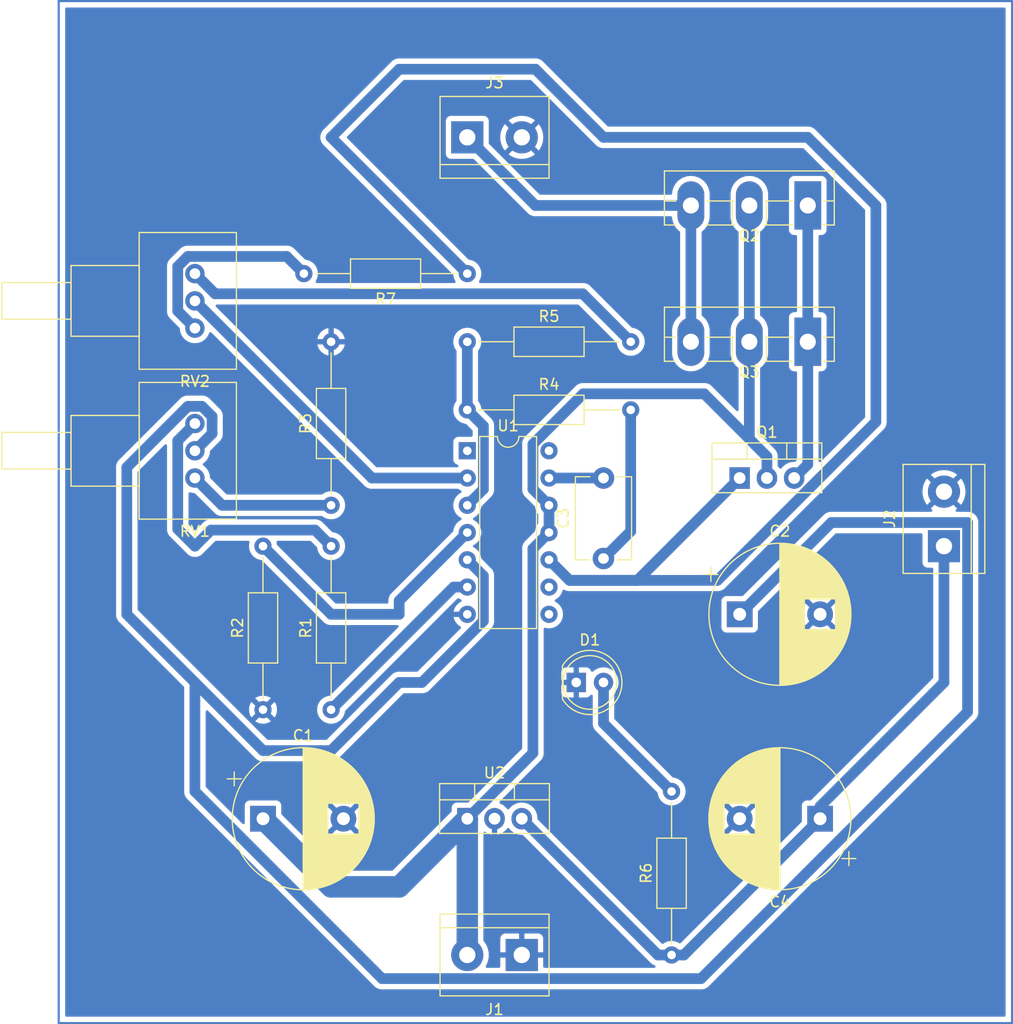
<source format=kicad_pcb>
(kicad_pcb (version 20221018) (generator pcbnew)
  (title_block (title "Current and Voltage Constant Output Module ") (date "04.03.2023") (rev "1.0") (company "by Muxtar_Safarov"))
  (layers (0 "F.Cu" signal) (31 "B.Cu" signal) (34 "B.Paste" user) (35 "F.Paste" user) (36 "B.SilkS" user "B.Silkscreen") (37 "F.SilkS" user "F.Silkscreen") (38 "B.Mask" user) (39 "F.Mask" user) (44 "Edge.Cuts" user))
  (net 0 "")
  (net 1 "VCC")
  (net 2 "Earth")
  (net 3 "Net-(U1-+)")
  (net 4 "Net-(C3-Pad1)")
  (net 5 "Net-(U1-FC)")
  (net 6 "Net-(J2-Pin_1)")
  (net 7 "Net-(D1-A)")
  (net 8 "Net-(J3-Pin_1)")
  (net 9 "Vout")
  (net 10 "Net-(Q1-E)")
  (net 11 "Net-(U1-VREF)")
  (net 12 "Net-(R1-Pad2)")
  (net 13 "Net-(U1--)")
  (net 14 "Net-(R3-Pad1)")
  (net 15 "I Sense ")
  (net 16 "Net-(R5-Pad2)")
  (net 17 "Net-(R7-Pad2)")
  (net 18 "Net-(U1-ILIM)")
  (footprint "Package_TO_SOT_THT:TO-3PB-3_Vertical" (layer "F.Cu") (at 139.7 63.5 180)
    (fp_text reference "Q2" (at 5.45 -2.82) (layer "F.SilkS"))
    (fp_text value "2SD1047")
    (pad "1" thru_hole rect (at 0 0 180) (size 2.5 4.5) (drill 1.5) (layers "*.Cu" "*.Mask") (net 10 "Net-(Q1-E)"))
    (pad "2" thru_hole oval (at 5.45 0 180) (size 2.5 4.5) (drill 1.5) (layers "*.Cu" "*.Mask") (net 1 "VCC"))
    (pad "3" thru_hole oval (at 10.9 0 180) (size 2.5 4.5) (drill 1.5) (layers "*.Cu" "*.Mask") (net 8 "Net-(J3-Pin_1)"))
  )
  (footprint "TerminalBlock:TerminalBlock_bornier-2_P5.08mm" (layer "F.Cu") (at 107.95 57.15)
    (fp_text reference "J3" (at 2.54 -5.08) (layer "F.SilkS"))
    (fp_text value "OUTPUT  Voltage ")
    (pad "1" thru_hole rect (at 0 0) (size 3 3) (drill 1.52) (layers "*.Cu" "*.Mask") (net 8 "Net-(J3-Pin_1)"))
    (pad "2" thru_hole circle (at 5.08 0) (size 3 3) (drill 1.52) (layers "*.Cu" "*.Mask") (net 2 "Earth"))
  )
  (footprint "Potentiometer_THT:Potentiometer_Vishay_148-149_Single_Horizontal" (layer "F.Cu") (at 82.55 83.82 180)
    (fp_text reference "RV1" (at 0 -10.04) (layer "F.SilkS"))
    (fp_text value "10K")
    (pad "1" thru_hole circle (at 0 0 180) (size 1.8 1.8) (drill 1) (layers "*.Cu" "*.Mask") (net 12 "Net-(R1-Pad2)"))
    (pad "2" thru_hole circle (at 0 -2.54 180) (size 1.8 1.8) (drill 1) (layers "*.Cu" "*.Mask") (net 3 "Net-(U1-+)"))
    (pad "3" thru_hole circle (at 0 -5.08 180) (size 1.8 1.8) (drill 1) (layers "*.Cu" "*.Mask") (net 14 "Net-(R3-Pad1)"))
  )
  (footprint "Capacitor_THT:CP_Radial_D13.0mm_P7.50mm" (layer "F.Cu") (at 88.9 120.65)
    (fp_text reference "C1" (at 3.75 -7.75) (layer "F.SilkS"))
    (fp_text value "1uF")
    (pad "1" thru_hole rect (at 0 0) (size 2.4 2.4) (drill 1.2) (layers "*.Cu" "*.Mask") (net 1 "VCC"))
    (pad "2" thru_hole circle (at 7.5 0) (size 2.4 2.4) (drill 1.2) (layers "*.Cu" "*.Mask") (net 2 "Earth"))
  )
  (footprint "Capacitor_THT:CP_Radial_D13.0mm_P7.50mm" (layer "F.Cu") (at 133.35 101.6)
    (fp_text reference "C2" (at 3.75 -7.75) (layer "F.SilkS"))
    (fp_text value "1uF")
    (pad "1" thru_hole rect (at 0 0) (size 2.4 2.4) (drill 1.2) (layers "*.Cu" "*.Mask") (net 3 "Net-(U1-+)"))
    (pad "2" thru_hole circle (at 7.5 0) (size 2.4 2.4) (drill 1.2) (layers "*.Cu" "*.Mask") (net 2 "Earth"))
  )
  (footprint "Capacitor_THT:CP_Radial_D13.0mm_P7.50mm" (layer "F.Cu") (at 140.85 120.65 180)
    (fp_text reference "C4" (at 3.75 -7.75) (layer "F.SilkS"))
    (fp_text value "100uF")
    (pad "1" thru_hole rect (at 0 0 180) (size 2.4 2.4) (drill 1.2) (layers "*.Cu" "*.Mask") (net 6 "Net-(J2-Pin_1)"))
    (pad "2" thru_hole circle (at 7.5 0 180) (size 2.4 2.4) (drill 1.2) (layers "*.Cu" "*.Mask") (net 2 "Earth"))
  )
  (footprint "Package_TO_SOT_THT:TO-220-3_Vertical" (layer "F.Cu") (at 107.95 120.65)
    (fp_text reference "U2" (at 2.54 -4.27) (layer "F.SilkS"))
    (fp_text value "LM7812")
    (pad "1" thru_hole rect (at 0 0) (size 1.905 2) (drill 1.1) (layers "*.Cu" "*.Mask") (net 1 "VCC"))
    (pad "2" thru_hole oval (at 2.54 0) (size 1.905 2) (drill 1.1) (layers "*.Cu" "*.Mask") (net 2 "Earth"))
    (pad "3" thru_hole oval (at 5.08 0) (size 1.905 2) (drill 1.1) (layers "*.Cu" "*.Mask") (net 6 "Net-(J2-Pin_1)"))
  )
  (footprint "Resistor_THT:R_Axial_DIN0207_L6.3mm_D2.5mm_P15.24mm_Horizontal" (layer "F.Cu") (at 88.9 110.49 90)
    (fp_text reference "R2" (at 7.62 -2.37 90) (layer "F.SilkS"))
    (fp_text value "2,2K")
    (pad "1" thru_hole circle (at 0 0 90) (size 1.6 1.6) (drill 0.8) (layers "*.Cu" "*.Mask") (net 2 "Earth"))
    (pad "2" thru_hole oval (at 15.24 0 90) (size 1.6 1.6) (drill 0.8) (layers "*.Cu" "*.Mask") (net 13 "Net-(U1--)"))
  )
  (footprint "Resistor_THT:R_Axial_DIN0207_L6.3mm_D2.5mm_P15.24mm_Horizontal" (layer "F.Cu") (at 107.95 82.55)
    (fp_text reference "R4" (at 7.62 -2.37) (layer "F.SilkS"))
    (fp_text value "68K")
    (pad "1" thru_hole circle (at 0 0) (size 1.6 1.6) (drill 0.8) (layers "*.Cu" "*.Mask") (net 15 "I Sense "))
    (pad "2" thru_hole oval (at 15.24 0) (size 1.6 1.6) (drill 0.8) (layers "*.Cu" "*.Mask") (net 4 "Net-(C3-Pad1)"))
  )
  (footprint "Package_TO_SOT_THT:TO-3PB-3_Vertical" (layer "F.Cu") (at 139.7 76.2 180)
    (fp_text reference "Q3" (at 5.45 -2.82) (layer "F.SilkS"))
    (fp_text value "2SD1047")
    (pad "1" thru_hole rect (at 0 0 180) (size 2.5 4.5) (drill 1.5) (layers "*.Cu" "*.Mask") (net 10 "Net-(Q1-E)"))
    (pad "2" thru_hole oval (at 5.45 0 180) (size 2.5 4.5) (drill 1.5) (layers "*.Cu" "*.Mask") (net 1 "VCC"))
    (pad "3" thru_hole oval (at 10.9 0 180) (size 2.5 4.5) (drill 1.5) (layers "*.Cu" "*.Mask") (net 8 "Net-(J3-Pin_1)"))
  )
  (footprint "Resistor_THT:R_Axial_DIN0207_L6.3mm_D2.5mm_P15.24mm_Horizontal" (layer "F.Cu") (at 107.95 69.85 180)
    (fp_text reference "R7" (at 7.62 -2.37) (layer "F.SilkS"))
    (fp_text value "680R")
    (pad "1" thru_hole circle (at 0 0 180) (size 1.6 1.6) (drill 0.8) (layers "*.Cu" "*.Mask") (net 9 "Vout"))
    (pad "2" thru_hole oval (at 15.24 0 180) (size 1.6 1.6) (drill 0.8) (layers "*.Cu" "*.Mask") (net 17 "Net-(R7-Pad2)"))
  )
  (footprint "Resistor_THT:R_Axial_DIN0207_L6.3mm_D2.5mm_P15.24mm_Horizontal" (layer "F.Cu") (at 95.25 110.49 90)
    (fp_text reference "R1" (at 7.62 -2.37 90) (layer "F.SilkS"))
    (fp_text value "1K")
    (pad "1" thru_hole circle (at 0 0 90) (size 1.6 1.6) (drill 0.8) (layers "*.Cu" "*.Mask") (net 11 "Net-(U1-VREF)"))
    (pad "2" thru_hole oval (at 15.24 0 90) (size 1.6 1.6) (drill 0.8) (layers "*.Cu" "*.Mask") (net 12 "Net-(R1-Pad2)"))
  )
  (footprint "TerminalBlock:TerminalBlock_bornier-2_P5.08mm" (layer "F.Cu") (at 113.03 133.35 180)
    (fp_text reference "J1" (at 2.54 -5.08) (layer "F.SilkS"))
    (fp_text value "INPUT Voltage")
    (pad "1" thru_hole rect (at 0 0 180) (size 3 3) (drill 1.52) (layers "*.Cu" "*.Mask") (net 2 "Earth"))
    (pad "2" thru_hole circle (at 5.08 0 180) (size 3 3) (drill 1.52) (layers "*.Cu" "*.Mask") (net 1 "VCC"))
  )
  (footprint "LED_THT:LED_D5.0mm_Clear" (layer "F.Cu") (at 118.11 107.95)
    (fp_text reference "D1" (at 1.27 -3.96) (layer "F.SilkS"))
    (fp_text value "LED")
    (pad "1" thru_hole rect (at 0 0) (size 1.8 1.8) (drill 0.9) (layers "*.Cu" "*.Mask") (net 2 "Earth"))
    (pad "2" thru_hole circle (at 2.54 0) (size 1.8 1.8) (drill 0.9) (layers "*.Cu" "*.Mask") (net 7 "Net-(D1-A)"))
  )
  (footprint "Capacitor_THT:C_Disc_D7.5mm_W5.0mm_P7.50mm" (layer "F.Cu") (at 120.65 96.4 90)
    (fp_text reference "C3" (at 3.75 -3.75 90) (layer "F.SilkS"))
    (fp_text value "100nF")
    (pad "1" thru_hole circle (at 0 0 90) (size 2 2) (drill 1) (layers "*.Cu" "*.Mask") (net 4 "Net-(C3-Pad1)"))
    (pad "2" thru_hole circle (at 7.5 0 90) (size 2 2) (drill 1) (layers "*.Cu" "*.Mask") (net 5 "Net-(U1-FC)"))
  )
  (footprint "Resistor_THT:R_Axial_DIN0207_L6.3mm_D2.5mm_P15.24mm_Horizontal" (layer "F.Cu") (at 107.95 76.2)
    (fp_text reference "R5" (at 7.62 -2.37) (layer "F.SilkS"))
    (fp_text value "470R")
    (pad "1" thru_hole circle (at 0 0) (size 1.6 1.6) (drill 0.8) (layers "*.Cu" "*.Mask") (net 15 "I Sense "))
    (pad "2" thru_hole oval (at 15.24 0) (size 1.6 1.6) (drill 0.8) (layers "*.Cu" "*.Mask") (net 16 "Net-(R5-Pad2)"))
  )
  (footprint "TerminalBlock:TerminalBlock_bornier-2_P5.08mm" (layer "F.Cu") (at 152.4 95.25 90)
    (fp_text reference "J2" (at 2.54 -5.08 90) (layer "F.SilkS"))
    (fp_text value "FAN")
    (pad "1" thru_hole rect (at 0 0 90) (size 3 3) (drill 1.52) (layers "*.Cu" "*.Mask") (net 6 "Net-(J2-Pin_1)"))
    (pad "2" thru_hole circle (at 5.08 0 90) (size 3 3) (drill 1.52) (layers "*.Cu" "*.Mask") (net 2 "Earth"))
  )
  (footprint "Package_DIP:DIP-14_W7.62mm" (layer "F.Cu") (at 107.95 86.36)
    (fp_text reference "U1" (at 3.81 -2.33) (layer "F.SilkS"))
    (fp_text value "LM723_DIP14")
    (pad "1" thru_hole rect (at 0 0) (size 1.6 1.6) (drill 0.8) (layers "*.Cu" "*.Mask"))
    (pad "2" thru_hole oval (at 0 2.54) (size 1.6 1.6) (drill 0.8) (layers "*.Cu" "*.Mask") (net 18 "Net-(U1-ILIM)"))
    (pad "3" thru_hole oval (at 0 5.08) (size 1.6 1.6) (drill 0.8) (layers "*.Cu" "*.Mask") (net 15 "I Sense "))
    (pad "4" thru_hole oval (at 0 7.62) (size 1.6 1.6) (drill 0.8) (layers "*.Cu" "*.Mask") (net 13 "Net-(U1--)"))
    (pad "5" thru_hole oval (at 0 10.16) (size 1.6 1.6) (drill 0.8) (layers "*.Cu" "*.Mask") (net 3 "Net-(U1-+)"))
    (pad "6" thru_hole oval (at 0 12.7) (size 1.6 1.6) (drill 0.8) (layers "*.Cu" "*.Mask") (net 11 "Net-(U1-VREF)"))
    (pad "7" thru_hole oval (at 0 15.24) (size 1.6 1.6) (drill 0.8) (layers "*.Cu" "*.Mask") (net 2 "Earth"))
    (pad "8" thru_hole oval (at 7.62 15.24) (size 1.6 1.6) (drill 0.8) (layers "*.Cu" "*.Mask"))
    (pad "9" thru_hole oval (at 7.62 12.7) (size 1.6 1.6) (drill 0.8) (layers "*.Cu" "*.Mask"))
    (pad "10" thru_hole oval (at 7.62 10.16) (size 1.6 1.6) (drill 0.8) (layers "*.Cu" "*.Mask") (net 9 "Vout"))
    (pad "11" thru_hole oval (at 7.62 7.62) (size 1.6 1.6) (drill 0.8) (layers "*.Cu" "*.Mask") (net 1 "VCC"))
    (pad "12" thru_hole oval (at 7.62 5.08) (size 1.6 1.6) (drill 0.8) (layers "*.Cu" "*.Mask") (net 1 "VCC"))
    (pad "13" thru_hole oval (at 7.62 2.54) (size 1.6 1.6) (drill 0.8) (layers "*.Cu" "*.Mask") (net 5 "Net-(U1-FC)"))
    (pad "14" thru_hole oval (at 7.62 0) (size 1.6 1.6) (drill 0.8) (layers "*.Cu" "*.Mask"))
  )
  (footprint "Potentiometer_THT:Potentiometer_Vishay_148-149_Single_Horizontal" (layer "F.Cu") (at 82.55 69.85 180)
    (fp_text reference "RV2" (at 0 -10.04) (layer "F.SilkS"))
    (fp_text value "1K")
    (pad "1" thru_hole circle (at 0 0 180) (size 1.8 1.8) (drill 1) (layers "*.Cu" "*.Mask") (net 16 "Net-(R5-Pad2)"))
    (pad "2" thru_hole circle (at 0 -2.54 180) (size 1.8 1.8) (drill 1) (layers "*.Cu" "*.Mask") (net 18 "Net-(U1-ILIM)"))
    (pad "3" thru_hole circle (at 0 -5.08 180) (size 1.8 1.8) (drill 1) (layers "*.Cu" "*.Mask") (net 17 "Net-(R7-Pad2)"))
  )
  (footprint "Resistor_THT:R_Axial_DIN0207_L6.3mm_D2.5mm_P15.24mm_Horizontal" (layer "F.Cu") (at 127 133.35 90)
    (fp_text reference "R6" (at 7.62 -2.37 90) (layer "F.SilkS"))
    (fp_text value "330R")
    (pad "1" thru_hole circle (at 0 0 90) (size 1.6 1.6) (drill 0.8) (layers "*.Cu" "*.Mask") (net 6 "Net-(J2-Pin_1)"))
    (pad "2" thru_hole oval (at 15.24 0 90) (size 1.6 1.6) (drill 0.8) (layers "*.Cu" "*.Mask") (net 7 "Net-(D1-A)"))
  )
  (footprint "Package_TO_SOT_THT:TO-220-3_Vertical" (layer "F.Cu") (at 133.35 88.9)
    (fp_text reference "Q1" (at 2.54 -4.27) (layer "F.SilkS"))
    (fp_text value "TIP41C")
    (pad "1" thru_hole rect (at 0 0) (size 1.905 2) (drill 1.1) (layers "*.Cu" "*.Mask") (net 9 "Vout"))
    (pad "2" thru_hole oval (at 2.54 0) (size 1.905 2) (drill 1.1) (layers "*.Cu" "*.Mask") (net 1 "VCC"))
    (pad "3" thru_hole oval (at 5.08 0) (size 1.905 2) (drill 1.1) (layers "*.Cu" "*.Mask") (net 10 "Net-(Q1-E)"))
  )
  (footprint "Resistor_THT:R_Axial_DIN0207_L6.3mm_D2.5mm_P15.24mm_Horizontal" (layer "F.Cu") (at 95.25 91.44 90)
    (fp_text reference "R3" (at 7.62 -2.37 90) (layer "F.SilkS"))
    (fp_text value "680R")
    (pad "1" thru_hole circle (at 0 0 90) (size 1.6 1.6) (drill 0.8) (layers "*.Cu" "*.Mask") (net 14 "Net-(R3-Pad1)"))
    (pad "2" thru_hole oval (at 15.24 0 90) (size 1.6 1.6) (drill 0.8) (layers "*.Cu" "*.Mask") (net 2 "Earth"))
  )
  (gr_rect (start 69.85 44.45) (end 158.75 139.7) (stroke (width 0.2)) (fill none) (layer "B.Cu"))
  (segment (start 114.07 85.738679) (end 118.758679 81.05) (width 1) (layer "B.Cu") (net 1))
  (segment (start 115.57 93.98) (end 115.57 91.44) (width 1) (layer "B.Cu") (net 1))
  (segment (start 118.758679 81.05) (end 130.04 81.05) (width 1) (layer "B.Cu") (net 1))
  (segment (start 115.57 91.44) (end 114.07 89.94) (width 1) (layer "B.Cu") (net 1))
  (segment (start 134.25 76.2) (end 134.25 85.26) (width 1) (layer "B.Cu") (net 1))
  (segment (start 114.07 114.53) (end 107.95 120.65) (width 1) (layer "B.Cu") (net 1))
  (segment (start 130.04 81.05) (end 135.89 86.9) (width 1) (layer "B.Cu") (net 1))
  (segment (start 134.25 85.26) (end 135.89 86.9) (width 1) (layer "B.Cu") (net 1))
  (segment (start 135.89 86.9) (end 135.89 88.9) (width 1) (layer "B.Cu") (net 1))
  (segment (start 114.07 95.48) (end 114.07 114.53) (width 1) (layer "B.Cu") (net 1))
  (segment (start 114.07 89.94) (end 114.07 85.738679) (width 1) (layer "B.Cu") (net 1))
  (segment (start 107.95 133.35) (end 107.95 120.65) (width 2) (layer "B.Cu") (net 1))
  (segment (start 88.9 120.65) (end 95.25 127) (width 2) (layer "B.Cu") (net 1))
  (segment (start 115.57 93.98) (end 114.07 95.48) (width 1) (layer "B.Cu") (net 1))
  (segment (start 101.6 127) (end 107.95 120.65) (width 2) (layer "B.Cu") (net 1))
  (segment (start 95.25 127) (end 101.6 127) (width 2) (layer "B.Cu") (net 1))
  (segment (start 134.25 63.5) (end 134.25 76.2) (width 1) (layer "B.Cu") (net 1))
  (segment (start 154.6 93.05) (end 154.6 110.7) (width 1) (layer "B.Cu") (net 3))
  (segment (start 103.721321 107.95) (end 109.45 102.221321) (width 1) (layer "B.Cu") (net 3))
  (segment (start 76.2 87.907258) (end 76.2 101.6) (width 1) (layer "B.Cu") (net 3))
  (segment (start 81.887258 82.22) (end 76.2 87.907258) (width 1) (layer "B.Cu") (net 3))
  (segment (start 82.55 118.1) (end 82.55 107.95) (width 1) (layer "B.Cu") (net 3))
  (segment (start 109.45 98.02) (end 107.95 96.52) (width 1) (layer "B.Cu") (net 3))
  (segment (start 129.75 135.55) (end 100 135.55) (width 1) (layer "B.Cu") (net 3))
  (segment (start 84.15 83.157258) (end 83.212742 82.22) (width 1) (layer "B.Cu") (net 3))
  (segment (start 76.2 101.6) (end 82.55 107.95) (width 1) (layer "B.Cu") (net 3))
  (segment (start 82.55 107.95) (end 88.9 114.3) (width 1) (layer "B.Cu") (net 3))
  (segment (start 133.35 101.6) (end 141.9 93.05) (width 1) (layer "B.Cu") (net 3))
  (segment (start 101.6 107.95) (end 103.721321 107.95) (width 1) (layer "B.Cu") (net 3))
  (segment (start 100 135.55) (end 82.55 118.1) (width 1) (layer "B.Cu") (net 3))
  (segment (start 95.25 114.3) (end 101.6 107.95) (width 1) (layer "B.Cu") (net 3))
  (segment (start 109.45 102.221321) (end 109.45 98.02) (width 1) (layer "B.Cu") (net 3))
  (segment (start 154.6 110.7) (end 129.75 135.55) (width 1) (layer "B.Cu") (net 3))
  (segment (start 84.15 84.76) (end 84.15 83.157258) (width 1) (layer "B.Cu") (net 3))
  (segment (start 82.55 86.36) (end 84.15 84.76) (width 1) (layer "B.Cu") (net 3))
  (segment (start 83.212742 82.22) (end 81.887258 82.22) (width 1) (layer "B.Cu") (net 3))
  (segment (start 141.9 93.05) (end 154.6 93.05) (width 1) (layer "B.Cu") (net 3))
  (segment (start 88.9 114.3) (end 95.25 114.3) (width 1) (layer "B.Cu") (net 3))
  (segment (start 123.19 93.86) (end 120.65 96.4) (width 1) (layer "B.Cu") (net 4))
  (segment (start 123.19 82.55) (end 123.19 93.86) (width 1) (layer "B.Cu") (net 4))
  (segment (start 115.57 88.9) (end 120.65 88.9) (width 1) (layer "B.Cu") (net 5))
  (segment (start 128.15 133.35) (end 127 133.35) (width 1) (layer "B.Cu") (net 6))
  (segment (start 140.85 120.65) (end 128.15 133.35) (width 1) (layer "B.Cu") (net 6))
  (segment (start 140.85 119.5) (end 152.4 107.95) (width 1) (layer "B.Cu") (net 6))
  (segment (start 140.85 120.65) (end 140.85 119.5) (width 1) (layer "B.Cu") (net 6))
  (segment (start 125.73 133.35) (end 113.03 120.65) (width 1) (layer "B.Cu") (net 6))
  (segment (start 127 133.35) (end 125.73 133.35) (width 1) (layer "B.Cu") (net 6))
  (segment (start 152.4 107.95) (end 152.4 95.25) (width 1) (layer "B.Cu") (net 6))
  (segment (start 120.65 107.95) (end 120.65 111.76) (width 1) (layer "B.Cu") (net 7))
  (segment (start 120.65 111.76) (end 127 118.11) (width 1) (layer "B.Cu") (net 7))
  (segment (start 128.8 76.2) (end 128.8 63.5) (width 1) (layer "B.Cu") (net 8))
  (segment (start 107.95 57.15) (end 114.3 63.5) (width 1) (layer "B.Cu") (net 8))
  (segment (start 114.3 63.5) (end 128.8 63.5) (width 1) (layer "B.Cu") (net 8))
  (segment (start 120.65 57.15) (end 114.3 50.8) (width 1) (layer "B.Cu") (net 9))
  (segment (start 131.275809 98.438679) (end 146.05 83.664488) (width 1) (layer "B.Cu") (net 9))
  (segment (start 101.6 50.8) (end 95.25 57.15) (width 1) (layer "B.Cu") (net 9))
  (segment (start 146.05 83.664488) (end 146.05 63.5) (width 1) (layer "B.Cu") (net 9))
  (segment (start 146.05 63.5) (end 139.7 57.15) (width 1) (layer "B.Cu") (net 9))
  (segment (start 114.3 50.8) (end 101.6 50.8) (width 1) (layer "B.Cu") (net 9))
  (segment (start 115.57 96.52) (end 117.488679 98.438679) (width 1) (layer "B.Cu") (net 9))
  (segment (start 95.25 57.15) (end 107.95 69.85) (width 1) (layer "B.Cu") (net 9))
  (segment (start 123.811321 98.438679) (end 133.35 88.9) (width 1) (layer "B.Cu") (net 9))
  (segment (start 117.488679 98.438679) (end 131.275809 98.438679) (width 1) (layer "B.Cu") (net 9))
  (segment (start 117.488679 98.438679) (end 123.811321 98.438679) (width 1) (layer "B.Cu") (net 9))
  (segment (start 139.7 57.15) (end 120.65 57.15) (width 1) (layer "B.Cu") (net 9))
  (segment (start 139.7 76.2) (end 139.7 87.63) (width 1) (layer "B.Cu") (net 10))
  (segment (start 139.7 63.5) (end 139.7 76.2) (width 1) (layer "B.Cu") (net 10))
  (segment (start 139.7 87.63) (end 138.43 88.9) (width 1) (layer "B.Cu") (net 10))
  (segment (start 106.68 99.06) (end 95.25 110.49) (width 1) (layer "B.Cu") (net 11))
  (segment (start 107.95 99.06) (end 106.68 99.06) (width 1) (layer "B.Cu") (net 11))
  (segment (start 80.95 85.42) (end 80.95 93.65) (width 1) (layer "B.Cu") (net 12))
  (segment (start 82.55 83.82) (end 80.95 85.42) (width 1) (layer "B.Cu") (net 12))
  (segment (start 93.75 93.75) (end 95.25 95.25) (width 1) (layer "B.Cu") (net 12))
  (segment (start 82.55 95.25) (end 84.05 93.75) (width 1) (layer "B.Cu") (net 12))
  (segment (start 80.95 93.65) (end 82.55 95.25) (width 1) (layer "B.Cu") (net 12))
  (segment (start 84.05 93.75) (end 93.75 93.75) (width 1) (layer "B.Cu") (net 12))
  (segment (start 101.6 100.33) (end 107.95 93.98) (width 1) (layer "B.Cu") (net 13))
  (segment (start 95.25 101.6) (end 101.6 101.6) (width 1) (layer "B.Cu") (net 13))
  (segment (start 101.6 101.6) (end 101.6 100.33) (width 1) (layer "B.Cu") (net 13))
  (segment (start 88.9 95.25) (end 95.25 101.6) (width 1) (layer "B.Cu") (net 13))
  (segment (start 95.25 91.44) (end 85.09 91.44) (width 1) (layer "B.Cu") (net 14))
  (segment (start 85.09 91.44) (end 82.55 88.9) (width 1) (layer "B.Cu") (net 14))
  (segment (start 109.45 84.05) (end 107.95 82.55) (width 1) (layer "B.Cu") (net 15))
  (segment (start 107.95 91.44) (end 109.45 89.94) (width 1) (layer "B.Cu") (net 15))
  (segment (start 109.45 89.94) (end 109.45 84.05) (width 1) (layer "B.Cu") (net 15))
  (segment (start 107.95 82.55) (end 107.95 76.2) (width 1) (layer "B.Cu") (net 15))
  (segment (start 118.717258 71.727258) (end 123.19 76.2) (width 1) (layer "B.Cu") (net 16))
  (segment (start 84.427258 71.727258) (end 118.717258 71.727258) (width 1) (layer "B.Cu") (net 16))
  (segment (start 82.55 69.85) (end 84.427258 71.727258) (width 1) (layer "B.Cu") (net 16))
  (segment (start 80.95 73.33) (end 80.95 69.187258) (width 1) (layer "B.Cu") (net 17))
  (segment (start 81.887258 68.25) (end 91.11 68.25) (width 1) (layer "B.Cu") (net 17))
  (segment (start 80.95 69.187258) (end 81.887258 68.25) (width 1) (layer "B.Cu") (net 17))
  (segment (start 82.55 74.93) (end 80.95 73.33) (width 1) (layer "B.Cu") (net 17))
  (segment (start 91.11 68.25) (end 92.71 69.85) (width 1) (layer "B.Cu") (net 17))
  (segment (start 107.95 88.9) (end 99.06 88.9) (width 1) (layer "B.Cu") (net 18))
  (segment (start 99.06 88.9) (end 82.55 72.39) (width 1) (layer "B.Cu") (net 18))
  (zone (net 2) (net_name "Earth") (layer "B.Cu") (connect_pads (clearance 0.5)) (min_thickness 0.25) (fill yes (thermal_gap 0.5) (thermal_bridge_width 0.5))
    (polygon (pts (xy 69.85 44.45) (xy 69.85 139.7) (xy 158.75 139.7) (xy 158.75 44.45)))
  )
)
</source>
